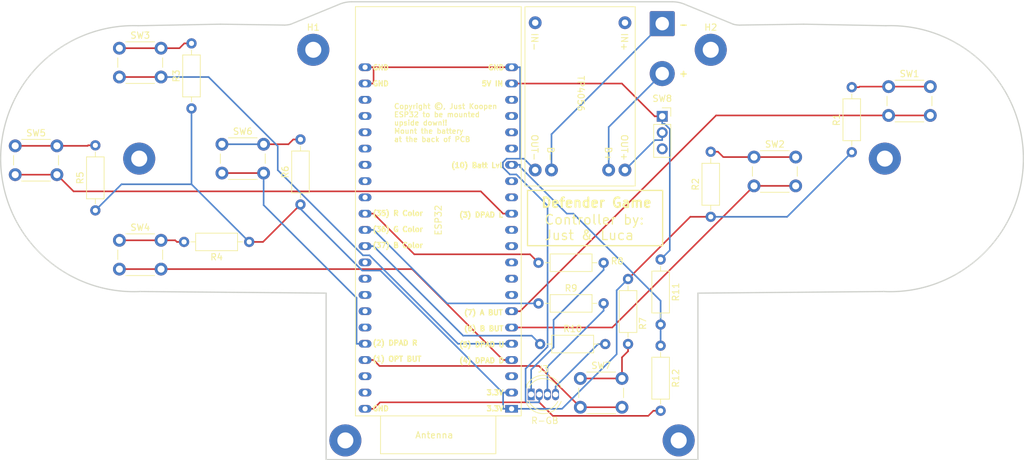
<source format=kicad_pcb>
(kicad_pcb (version 20221018) (generator pcbnew)
  (title_block (title "Defender Game Controller") (date "2024-01-10") (rev "V2.0") (company "HBO-ICT") (comment 1 "Gemaakt door Just Koopen"))
  (layers (0 "F.Cu" signal) (31 "B.Cu" signal) (34 "B.Paste" user) (35 "F.Paste" user) (36 "B.SilkS" user "B.Silkscreen") (37 "F.SilkS" user "F.Silkscreen") (38 "B.Mask" user) (39 "F.Mask" user) (44 "Edge.Cuts" user))
  (net 0 "")
  (net 1 "Net-(J1-Pin_1)")
  (net 2 "Net-(J1-Pin_2)")
  (net 3 "Net-(J2-Pin_3)")
  (net 4 "Net-(J2-Pin_4)")
  (net 5 "Net-(J3-Pin_3)")
  (net 6 "Net-(R1-Pad1)")
  (net 7 "Net-(R1-Pad2)")
  (net 8 "Net-(R2-Pad2)")
  (net 9 "Net-(R3-Pad2)")
  (net 10 "Net-(R4-Pad2)")
  (net 11 "Net-(R5-Pad2)")
  (net 12 "Net-(R6-Pad2)")
  (net 13 "Net-(R7-Pad2)")
  (net 14 "Net-(U1-GPIO35)")
  (net 15 "Net-(U1-GPIO37)")
  (net 16 "Net-(U1-GPIO36)")
  (net 17 "Net-(U1-GPIO10{slash}ADC1_CH9)")
  (net 18 "Net-(U1-GPIO7{slash}ADC1_CH6)")
  (net 19 "Net-(U1-GPIO6{slash}ADC1_CH5)")
  (net 20 "Net-(U1-GPIO5{slash}ADC1_CH4)")
  (net 21 "Net-(U1-GPIO4{slash}ADC1_CH3)")
  (net 22 "Net-(U1-GPIO3{slash}ADC1_CH2)")
  (net 23 "Net-(U1-GPIO2{slash}ADC1_CH1)")
  (net 24 "Net-(U1-GPIO1{slash}ADC1_CH0)")
  (net 51 "Net-(J3-Pin_1)")
  (net 52 "Net-(J3-Pin_4)")
  (net 55 "Net-(SW8-A)")
  (footprint "MountingHole:MountingHole_2.5mm_Pad" (layer "F.Cu") (at 135.8369 30)
    (fp_text reference "H2" (at 0 -3.5) (layer "F.SilkS"))
    (fp_text value "MountingHole" hide)
    (pad "1" thru_hole circle (at 0 0) (size 5 5) (drill 2.5) (layers "*.Cu" "*.Mask"))
  )
  (footprint "Connector_PinSocket_2.54mm:PinSocket_1x03_P2.54mm_Vertical" (layer "F.Cu") (at 128.27 40.386)
    (fp_text reference "SW8" (at 0 -2.77) (layer "F.SilkS"))
    (fp_text value "ON / OFF")
    (fp_line (start -1.33 1.27) (end -1.33 6.41) (stroke (width 0.12)) (layer "F.SilkS"))
    (fp_line (start -1.33 1.27) (end 1.33 1.27) (stroke (width 0.12)) (layer "F.SilkS"))
    (fp_line (start -1.33 6.41) (end 1.33 6.41) (stroke (width 0.12)) (layer "F.SilkS"))
    (fp_line (start 0 -1.33) (end 1.33 -1.33) (stroke (width 0.12)) (layer "F.SilkS"))
    (fp_line (start 1.33 -1.33) (end 1.33 0) (stroke (width 0.12)) (layer "F.SilkS"))
    (fp_line (start 1.33 1.27) (end 1.33 6.41) (stroke (width 0.12)) (layer "F.SilkS"))
    (pad "1" thru_hole rect (at 0 0) (size 1.7 1.7) (drill 1) (layers "*.Cu" "*.Mask") (net 55 "Net-(SW8-A)"))
    (pad "2" thru_hole oval (at 0 2.54) (size 1.7 1.7) (drill 1) (layers "*.Cu" "*.Mask") (net 3 "Net-(J2-Pin_3)"))
    (pad "3" thru_hole oval (at 0 5.08) (size 1.7 1.7) (drill 1) (layers "*.Cu" "*.Mask"))
  )
  (footprint "Resistor_THT:R_Axial_DIN0207_L6.3mm_D2.5mm_P10.16mm_Horizontal" (layer "F.Cu") (at 109.22 75.9529)
    (fp_text reference "R10" (at 5.08 -2.37) (layer "F.SilkS"))
    (fp_text value "47 Ohm")
    (fp_line (start 1.04 0) (end 1.81 0) (stroke (width 0.12)) (layer "F.SilkS"))
    (fp_line (start 1.81 -1.37) (end 1.81 1.37) (stroke (width 0.12)) (layer "F.SilkS"))
    (fp_line (start 1.81 1.37) (end 8.35 1.37) (stroke (width 0.12)) (layer "F.SilkS"))
    (fp_line (start 8.35 -1.37) (end 1.81 -1.37) (stroke (width 0.12)) (layer "F.SilkS"))
    (fp_line (start 8.35 1.37) (end 8.35 -1.37) (stroke (width 0.12)) (layer "F.SilkS"))
    (fp_line (start 9.12 0) (end 8.35 0) (stroke (width 0.12)) (layer "F.SilkS"))
    (pad "1" thru_hole circle (at 0 0) (size 1.6 1.6) (drill 0.8) (layers "*.Cu" "*.Mask") (net 15 "Net-(U1-GPIO37)"))
    (pad "2" thru_hole oval (at 10.16 0) (size 1.6 1.6) (drill 0.8) (layers "*.Cu" "*.Mask") (net 52 "Net-(J3-Pin_4)"))
  )
  (footprint "MountingHole:MountingHole_2.5mm_Pad" (layer "F.Cu") (at 130.8369 91)
    (fp_text reference "H4" hide)
    (fp_text value "MountingHole" hide)
    (pad "1" thru_hole circle (at 0 0) (size 5 5) (drill 2.5) (layers "*.Cu" "*.Mask"))
  )
  (footprint "Button_Switch_THT:SW_PUSH_6mm" (layer "F.Cu") (at 163.5869 35.75)
    (fp_text reference "SW1" (at 3.25 -2) (layer "F.SilkS"))
    (fp_text value "A Button")
    (fp_line (start -0.25 1.5) (end -0.25 3) (stroke (width 0.12)) (layer "F.SilkS"))
    (fp_line (start 1 5.5) (end 5.5 5.5) (stroke (width 0.12)) (layer "F.SilkS"))
    (fp_line (start 5.5 -1) (end 1 -1) (stroke (width 0.12)) (layer "F.SilkS"))
    (fp_line (start 6.75 3) (end 6.75 1.5) (stroke (width 0.12)) (layer "F.SilkS"))
    (pad "1" thru_hole circle (at 0 0 90) (size 2 2) (drill 1.1) (layers "*.Cu" "*.Mask") (net 7 "Net-(R1-Pad2)"))
    (pad "1" thru_hole circle (at 6.5 0 90) (size 2 2) (drill 1.1) (layers "*.Cu" "*.Mask") (net 7 "Net-(R1-Pad2)"))
    (pad "2" thru_hole circle (at 0 4.5 90) (size 2 2) (drill 1.1) (layers "*.Cu" "*.Mask") (net 18 "Net-(U1-GPIO7{slash}ADC1_CH6)"))
    (pad "2" thru_hole circle (at 6.5 4.5 90) (size 2 2) (drill 1.1) (layers "*.Cu" "*.Mask") (net 18 "Net-(U1-GPIO7{slash}ADC1_CH6)"))
  )
  (footprint "Button_Switch_THT:SW_PUSH_6mm" (layer "F.Cu") (at 43.5869 29.75)
    (fp_text reference "SW3" (at 3.25 -2) (layer "F.SilkS"))
    (fp_text value "DPAD UP")
    (fp_line (start -0.25 1.5) (end -0.25 3) (stroke (width 0.12)) (layer "F.SilkS"))
    (fp_line (start 1 5.5) (end 5.5 5.5) (stroke (width 0.12)) (layer "F.SilkS"))
    (fp_line (start 5.5 -1) (end 1 -1) (stroke (width 0.12)) (layer "F.SilkS"))
    (fp_line (start 6.75 3) (end 6.75 1.5) (stroke (width 0.12)) (layer "F.SilkS"))
    (pad "1" thru_hole circle (at 0 0 90) (size 2 2) (drill 1.1) (layers "*.Cu" "*.Mask") (net 9 "Net-(R3-Pad2)"))
    (pad "1" thru_hole circle (at 6.5 0 90) (size 2 2) (drill 1.1) (layers "*.Cu" "*.Mask") (net 9 "Net-(R3-Pad2)"))
    (pad "2" thru_hole circle (at 0 4.5 90) (size 2 2) (drill 1.1) (layers "*.Cu" "*.Mask") (net 20 "Net-(U1-GPIO5{slash}ADC1_CH4)"))
    (pad "2" thru_hole circle (at 6.5 4.5 90) (size 2 2) (drill 1.1) (layers "*.Cu" "*.Mask") (net 20 "Net-(U1-GPIO5{slash}ADC1_CH4)"))
  )
  (footprint "Resistor_THT:R_Axial_DIN0207_L6.3mm_D2.5mm_P10.16mm_Horizontal" (layer "F.Cu") (at 108.966 63.2529)
    (fp_text reference "R8" (at 12.275 -0.25292) (layer "F.SilkS"))
    (fp_text value "47 Ohm")
    (fp_line (start 1.04 0) (end 1.81 0) (stroke (width 0.12)) (layer "F.SilkS"))
    (fp_line (start 1.81 -1.37) (end 1.81 1.37) (stroke (width 0.12)) (layer "F.SilkS"))
    (fp_line (start 1.81 1.37) (end 8.35 1.37) (stroke (width 0.12)) (layer "F.SilkS"))
    (fp_line (start 8.35 -1.37) (end 1.81 -1.37) (stroke (width 0.12)) (layer "F.SilkS"))
    (fp_line (start 8.35 1.37) (end 8.35 -1.37) (stroke (width 0.12)) (layer "F.SilkS"))
    (fp_line (start 9.12 0) (end 8.35 0) (stroke (width 0.12)) (layer "F.SilkS"))
    (pad "1" thru_hole circle (at 0 0) (size 1.6 1.6) (drill 0.8) (layers "*.Cu" "*.Mask") (net 14 "Net-(U1-GPIO35)"))
    (pad "2" thru_hole oval (at 10.16 0) (size 1.6 1.6) (drill 0.8) (layers "*.Cu" "*.Mask") (net 51 "Net-(J3-Pin_1)"))
  )
  (footprint "Resistor_THT:R_Axial_DIN0207_L6.3mm_D2.5mm_P10.16mm_Horizontal" (layer "F.Cu") (at 135.8369 56.08 90)
    (fp_text reference "R2" (at 5.08 -2.37 90) (layer "F.SilkS"))
    (fp_text value "300 Ohm")
    (fp_line (start 1.04 0) (end 1.81 0) (stroke (width 0.12)) (layer "F.SilkS"))
    (fp_line (start 1.81 -1.37) (end 1.81 1.37) (stroke (width 0.12)) (layer "F.SilkS"))
    (fp_line (start 1.81 1.37) (end 8.35 1.37) (stroke (width 0.12)) (layer "F.SilkS"))
    (fp_line (start 8.35 -1.37) (end 1.81 -1.37) (stroke (width 0.12)) (layer "F.SilkS"))
    (fp_line (start 8.35 1.37) (end 8.35 -1.37) (stroke (width 0.12)) (layer "F.SilkS"))
    (fp_line (start 9.12 0) (end 8.35 0) (stroke (width 0.12)) (layer "F.SilkS"))
    (pad "1" thru_hole circle (at 0 0 90) (size 1.6 1.6) (drill 0.8) (layers "*.Cu" "*.Mask") (net 6 "Net-(R1-Pad1)"))
    (pad "2" thru_hole oval (at 10.16 0 90) (size 1.6 1.6) (drill 0.8) (layers "*.Cu" "*.Mask") (net 8 "Net-(R2-Pad2)"))
  )
  (footprint "Resistor_THT:R_Axial_DIN0207_L6.3mm_D2.5mm_P10.16mm_Horizontal" (layer "F.Cu") (at 157.8369 46 90)
    (fp_text reference "R1" (at 5.08 -2.37 90) (layer "F.SilkS"))
    (fp_text value "300 Ohm")
    (fp_line (start 1.04 0) (end 1.81 0) (stroke (width 0.12)) (layer "F.SilkS"))
    (fp_line (start 1.81 -1.37) (end 1.81 1.37) (stroke (width 0.12)) (layer "F.SilkS"))
    (fp_line (start 1.81 1.37) (end 8.35 1.37) (stroke (width 0.12)) (layer "F.SilkS"))
    (fp_line (start 8.35 -1.37) (end 1.81 -1.37) (stroke (width 0.12)) (layer "F.SilkS"))
    (fp_line (start 8.35 1.37) (end 8.35 -1.37) (stroke (width 0.12)) (layer "F.SilkS"))
    (fp_line (start 9.12 0) (end 8.35 0) (stroke (width 0.12)) (layer "F.SilkS"))
    (pad "1" thru_hole circle (at 0 0 90) (size 1.6 1.6) (drill 0.8) (layers "*.Cu" "*.Mask") (net 6 "Net-(R1-Pad1)"))
    (pad "2" thru_hole oval (at 10.16 0 90) (size 1.6 1.6) (drill 0.8) (layers "*.Cu" "*.Mask") (net 7 "Net-(R1-Pad2)"))
  )
  (footprint "Connector_Wire:SolderWire-1.5sqmm_1x02_P7.8mm_D1.7mm_OD3.9mm" (layer "F.Cu") (at 128.27 25.9149 -90)
    (fp_text reference "J1" hide)
    (fp_text value "GND | Vcc" hide)
    (pad "1" thru_hole roundrect (at 0 0 270) (size 3.9 3.9) (drill 2.1) (layers "*.Cu" "*.Mask") (roundrect_rratio 0.06410307692) (net 1 "Net-(J1-Pin_1)"))
    (pad "2" thru_hole circle (at 7.8 0 270) (size 3.9 3.9) (drill 2.1) (layers "*.Cu" "*.Mask") (net 2 "Net-(J1-Pin_2)"))
  )
  (footprint "Resistor_THT:R_Axial_DIN0207_L6.3mm_D2.5mm_P10.16mm_Horizontal" (layer "F.Cu") (at 63.8369 60 180)
    (fp_text reference "R4" (at 5.08 -2.37) (layer "F.SilkS"))
    (fp_text value "300 Ohm")
    (fp_line (start 1.04 0) (end 1.81 0) (stroke (width 0.12)) (layer "F.SilkS"))
    (fp_line (start 1.81 -1.37) (end 1.81 1.37) (stroke (width 0.12)) (layer "F.SilkS"))
    (fp_line (start 1.81 1.37) (end 8.35 1.37) (stroke (width 0.12)) (layer "F.SilkS"))
    (fp_line (start 8.35 -1.37) (end 1.81 -1.37) (stroke (width 0.12)) (layer "F.SilkS"))
    (fp_line (start 8.35 1.37) (end 8.35 -1.37) (stroke (width 0.12)) (layer "F.SilkS"))
    (fp_line (start 9.12 0) (end 8.35 0) (stroke (width 0.12)) (layer "F.SilkS"))
    (pad "1" thru_hole circle (at 0 0 180) (size 1.6 1.6) (drill 0.8) (layers "*.Cu" "*.Mask") (net 6 "Net-(R1-Pad1)"))
    (pad "2" thru_hole oval (at 10.16 0 180) (size 1.6 1.6) (drill 0.8) (layers "*.Cu" "*.Mask") (net 10 "Net-(R4-Pad2)"))
  )
  (footprint "Button_Switch_THT:SW_PUSH_6mm" (layer "F.Cu") (at 59.5869 44.75)
    (fp_text reference "SW6" (at 3.25 -2) (layer "F.SilkS"))
    (fp_text value "DPAD RIGHT")
    (fp_line (start -0.25 1.5) (end -0.25 3) (stroke (width 0.12)) (layer "F.SilkS"))
    (fp_line (start 1 5.5) (end 5.5 5.5) (stroke (width 0.12)) (layer "F.SilkS"))
    (fp_line (start 5.5 -1) (end 1 -1) (stroke (width 0.12)) (layer "F.SilkS"))
    (fp_line (start 6.75 3) (end 6.75 1.5) (stroke (width 0.12)) (layer "F.SilkS"))
    (pad "1" thru_hole circle (at 0 0 90) (size 2 2) (drill 1.1) (layers "*.Cu" "*.Mask") (net 12 "Net-(R6-Pad2)"))
    (pad "1" thru_hole circle (at 6.5 0 90) (size 2 2) (drill 1.1) (layers "*.Cu" "*.Mask") (net 12 "Net-(R6-Pad2)"))
    (pad "2" thru_hole circle (at 0 4.5 90) (size 2 2) (drill 1.1) (layers "*.Cu" "*.Mask") (net 23 "Net-(U1-GPIO2{slash}ADC1_CH1)"))
    (pad "2" thru_hole circle (at 6.5 4.5 90) (size 2 2) (drill 1.1) (layers "*.Cu" "*.Mask") (net 23 "Net-(U1-GPIO2{slash}ADC1_CH1)"))
  )
  (footprint "Resistor_THT:R_Axial_DIN0207_L6.3mm_D2.5mm_P10.16mm_Horizontal" (layer "F.Cu") (at 108.966 69.6029)
    (fp_text reference "R9" (at 5.08 -2.37) (layer "F.SilkS"))
    (fp_text value "47 Ohm")
    (fp_line (start 1.04 0) (end 1.81 0) (stroke (width 0.12)) (layer "F.SilkS"))
    (fp_line (start 1.81 -1.37) (end 1.81 1.37) (stroke (width 0.12)) (layer "F.SilkS"))
    (fp_line (start 1.81 1.37) (end 8.35 1.37) (stroke (width 0.12)) (layer "F.SilkS"))
    (fp_line (start 8.35 -1.37) (end 1.81 -1.37) (stroke (width 0.12)) (layer "F.SilkS"))
    (fp_line (start 8.35 1.37) (end 8.35 -1.37) (stroke (width 0.12)) (layer "F.SilkS"))
    (fp_line (start 9.12 0) (end 8.35 0) (stroke (width 0.12)) (layer "F.SilkS"))
    (pad "1" thru_hole circle (at 0 0) (size 1.6 1.6) (drill 0.8) (layers "*.Cu" "*.Mask") (net 16 "Net-(U1-GPIO36)"))
    (pad "2" thru_hole oval (at 10.16 0) (size 1.6 1.6) (drill 0.8) (layers "*.Cu" "*.Mask") (net 5 "Net-(J3-Pin_3)"))
  )
  (footprint "Resistor_THT:R_Axial_DIN0207_L6.3mm_D2.5mm_P10.16mm_Horizontal" (layer "F.Cu") (at 71.8369 54.16 90)
    (fp_text reference "R6" (at 5.08 -2.37 90) (layer "F.SilkS"))
    (fp_text value "300 Ohm")
    (fp_line (start 1.04 0) (end 1.81 0) (stroke (width 0.12)) (layer "F.SilkS"))
    (fp_line (start 1.81 -1.37) (end 1.81 1.37) (stroke (width 0.12)) (layer "F.SilkS"))
    (fp_line (start 1.81 1.37) (end 8.35 1.37) (stroke (width 0.12)) (layer "F.SilkS"))
    (fp_line (start 8.35 -1.37) (end 1.81 -1.37) (stroke (width 0.12)) (layer "F.SilkS"))
    (fp_line (start 8.35 1.37) (end 8.35 -1.37) (stroke (width 0.12)) (layer "F.SilkS"))
    (fp_line (start 9.12 0) (end 8.35 0) (stroke (width 0.12)) (layer "F.SilkS"))
    (pad "1" thru_hole circle (at 0 0 90) (size 1.6 1.6) (drill 0.8) (layers "*.Cu" "*.Mask") (net 6 "Net-(R1-Pad1)"))
    (pad "2" thru_hole oval (at 10.16 0 90) (size 1.6 1.6) (drill 0.8) (layers "*.Cu" "*.Mask") (net 12 "Net-(R6-Pad2)"))
  )
  (footprint "Resistor_THT:R_Axial_DIN0207_L6.3mm_D2.5mm_P10.16mm_Horizontal" (layer "F.Cu") (at 128.016 76.2069 -90)
    (fp_text reference "R12" (at 5.08 -2.37 90) (layer "F.SilkS"))
    (fp_text value "100k Ohm")
    (fp_line (start 1.04 0) (end 1.81 0) (stroke (width 0.12)) (layer "F.SilkS"))
    (fp_line (start 1.81 -1.37) (end 1.81 1.37) (stroke (width 0.12)) (layer "F.SilkS"))
    (fp_line (start 1.81 1.37) (end 8.35 1.37) (stroke (width 0.12)) (layer "F.SilkS"))
    (fp_line (start 8.35 -1.37) (end 1.81 -1.37) (stroke (width 0.12)) (layer "F.SilkS"))
    (fp_line (start 8.35 1.37) (end 8.35 -1.37) (stroke (width 0.12)) (layer "F.SilkS"))
    (fp_line (start 9.12 0) (end 8.35 0) (stroke (width 0.12)) (layer "F.SilkS"))
    (pad "1" thru_hole circle (at 0 0 270) (size 1.6 1.6) (drill 0.8) (layers "*.Cu" "*.Mask") (net 17 "Net-(U1-GPIO10{slash}ADC1_CH9)"))
    (pad "2" thru_hole oval (at 10.16 0 270) (size 1.6 1.6) (drill 0.8) (layers "*.Cu" "*.Mask") (net 4 "Net-(J2-Pin_4)"))
  )
  (footprint "MountingHole:MountingHole_2.5mm_Pad" (layer "F.Cu") (at 73.8369 30)
    (fp_text reference "H1" (at 0 -3.5) (layer "F.SilkS"))
    (fp_text value "MountingHole" hide)
    (pad "1" thru_hole circle (at 0 0) (size 5 5) (drill 2.5) (layers "*.Cu" "*.Mask"))
  )
  (footprint "Resistor_THT:R_Axial_DIN0207_L6.3mm_D2.5mm_P10.16mm_Horizontal" (layer "F.Cu") (at 39.8369 55.08 90)
    (fp_text reference "R5" (at 5.08 -2.37 90) (layer "F.SilkS"))
    (fp_text value "300 Ohm")
    (fp_line (start 1.04 0) (end 1.81 0) (stroke (width 0.12)) (layer "F.SilkS"))
    (fp_line (start 1.81 -1.37) (end 1.81 1.37) (stroke (width 0.12)) (layer "F.SilkS"))
    (fp_line (start 1.81 1.37) (end 8.35 1.37) (stroke (width 0.12)) (layer "F.SilkS"))
    (fp_line (start 8.35 -1.37) (end 1.81 -1.37) (stroke (width 0.12)) (layer "F.SilkS"))
    (fp_line (start 8.35 1.37) (end 8.35 -1.37) (stroke (width 0.12)) (layer "F.SilkS"))
    (fp_line (start 9.12 0) (end 8.35 0) (stroke (width 0.12)) (layer "F.SilkS"))
    (pad "1" thru_hole circle (at 0 0 90) (size 1.6 1.6) (drill 0.8) (layers "*.Cu" "*.Mask") (net 6 "Net-(R1-Pad1)"))
    (pad "2" thru_hole oval (at 10.16 0 90) (size 1.6 1.6) (drill 0.8) (layers "*.Cu" "*.Mask") (net 11 "Net-(R5-Pad2)"))
  )
  (footprint "LED_THT:LED_D5.0mm-4_RGB" (layer "F.Cu") (at 107.8199 83.8269)
    (fp_text reference "J3" (at 1.905 -3.96) (layer "F.SilkS"))
    (fp_text value "R | CC | G | B" hide)
    (fp_line (start -0.655 -1.545) (end -0.655 -1.08) (stroke (width 0.12)) (layer "F.SilkS"))
    (fp_line (start -0.655 1.08) (end -0.655 1.545) (stroke (width 0.12)) (layer "F.SilkS"))
    (fp_arc (start -0.655 -1.54483) (mid 2.163456 -2.978809) (end 4.692815 -1.080827) (stroke (width 0.12)) (layer "F.SilkS"))
    (fp_arc (start -0.349684 -1.08) (mid 1.904762 -2.5) (end 4.159479 -1.080429) (stroke (width 0.12)) (layer "F.SilkS"))
    (fp_arc (start 4.159479 1.080429) (mid 1.904762 2.5) (end -0.349684 1.08) (stroke (width 0.12)) (layer "F.SilkS"))
    (fp_arc (start 4.692815 1.080827) (mid 2.163456 2.978808) (end -0.655 1.54483) (stroke (width 0.12)) (layer "F.SilkS"))
    (pad "1" thru_hole rect (at 0 0) (size 1.07 1.8) (drill 0.9) (layers "*.Cu" "*.Mask") (net 51 "Net-(J3-Pin_1)"))
    (pad "2" thru_hole oval (at 1.27 0) (size 1.07 1.8) (drill 0.9) (layers "*.Cu" "*.Mask") (net 4 "Net-(J2-Pin_4)"))
    (pad "3" thru_hole oval (at 2.54 0) (size 1.07 1.8) (drill 0.9) (layers "*.Cu" "*.Mask") (net 5 "Net-(J3-Pin_3)"))
    (pad "4" thru_hole oval (at 3.81 0) (size 1.07 1.8) (drill 0.9) (layers "*.Cu" "*.Mask") (net 52 "Net-(J3-Pin_4)"))
  )
  (footprint "Resistor_THT:R_Axial_DIN0207_L6.3mm_D2.5mm_P10.16mm_Horizontal" (layer "F.Cu") (at 128.016 62.7449 -90)
    (fp_text reference "R11" (at 5.08 -2.37 90) (layer "F.SilkS"))
    (fp_text value "27k Ohm")
    (fp_line (start 1.04 0) (end 1.81 0) (stroke (width 0.12)) (layer "F.SilkS"))
    (fp_line (start 1.81 -1.37) (end 1.81 1.37) (stroke (width 0.12)) (layer "F.SilkS"))
    (fp_line (start 1.81 1.37) (end 8.35 1.37) (stroke (width 0.12)) (layer "F.SilkS"))
    (fp_line (start 8.35 -1.37) (end 1.81 -1.37) (stroke (width 0.12)) (layer "F.SilkS"))
    (fp_line (start 8.35 1.37) (end 8.35 -1.37) (stroke (width 0.12)) (layer "F.SilkS"))
    (fp_line (start 9.12 0) (end 8.35 0) (stroke (width 0.12)) (layer "F.SilkS"))
    (pad "1" thru_hole circle (at 0 0 270) (size 1.6 1.6) (drill 0.8) (layers "*.Cu" "*.Mask") (net 55 "Net-(SW8-A)"))
    (pad "2" thru_hole oval (at 10.16 0 270) (size 1.6 1.6) (drill 0.8) (layers "*.Cu" "*.Mask") (net 17 "Net-(U1-GPIO10{slash}ADC1_CH9)"))
  )
  (footprint "PCM_Espressif:ESP32-S3-DevKitC" (layer "F.Cu") (at 104.7719 86.065 180)
    (fp_text reference "U1" hide)
    (fp_text value "ESP32" (at 11.42632 29.46128 90) (layer "F.SilkS"))
    (fp_line (start -1.5 62.79728) (end 24.359999 62.79728) (stroke (width 0.12)) (layer "F.SilkS"))
    (fp_line (start -1.499999 -1.1) (end -1.5 62.79728) (stroke (width 0.12)) (layer "F.SilkS"))
    (fp_line (start 2.46012 -7.01312) (end 20.44332 -7.01312) (stroke (width 0.12)) (layer "F.SilkS"))
    (fp_line (start 2.46012 -1.12032) (end 2.46012 -7.01312) (stroke (width 0.12)) (layer "F.SilkS"))
    (fp_line (start 20.44332 -7.01312) (end 20.44332 -1.12032) (stroke (width 0.12)) (layer "F.SilkS"))
    (fp_line (start 24.359999 62.79728) (end 24.36 -1.1) (stroke (width 0.12)) (layer "F.SilkS"))
    (fp_line (start 24.36 -1.1) (end -1.499999 -1.1) (stroke (width 0.12)) (layer "F.SilkS"))
    (pad "1" thru_hole rect (at 0 0 90) (size 1.2 2) (drill 0.8) (layers "*.Cu" "*.Mask") (net 6 "Net-(R1-Pad1)"))
    (pad "2" thru_hole oval (at 0 2.54 90) (size 1.2 2) (drill 0.8) (layers "*.Cu" "*.Mask") (net 6 "Net-(R1-Pad1)"))
    (pad "3" thru_hole oval (at 0 5.08 90) (size 1.2 2) (drill 0.8) (layers "*.Cu" "*.Mask"))
    (pad "4" thru_hole oval (at 0 7.62 90) (size 1.2 2) (drill 0.8) (layers "*.Cu" "*.Mask") (net 21 "Net-(U1-GPIO4{slash}ADC1_CH3)"))
    (pad "5" thru_hole oval (at 0 10.16 90) (size 1.2 2) (drill 0.8) (layers "*.Cu" "*.Mask") (net 20 "Net-(U1-GPIO5{slash}ADC1_CH4)"))
    (pad "6" thru_hole oval (at 0 12.7 90) (size 1.2 2) (drill 0.8) (layers "*.Cu" "*.Mask") (net 19 "Net-(U1-GPIO6{slash}ADC1_CH5)"))
    (pad "7" thru_hole oval (at 0 15.24 90) (size 1.2 2) (drill 0.8) (layers "*.Cu" "*.Mask") (net 18 "Net-(U1-GPIO7{slash}ADC1_CH6)"))
    (pad "8" thru_hole oval (at 0 17.78 90) (size 1.2 2) (drill 0.8) (layers "*.Cu" "*.Mask"))
    (pad "9" thru_hole oval (at 0 20.32 90) (size 1.2 2) (drill 0.8) (layers "*.Cu" "*.Mask"))
    (pad "10" thru_hole oval (at 0 22.86 90) (size 1.2 2) (drill 0.8) (layers "*.Cu" "*.Mask"))
    (pad "11" thru_hole oval (at 0 25.4 90) (size 1.2 2) (drill 0.8) (layers "*.Cu" "*.Mask"))
    (pad "12" thru_hole oval (at 0 27.94 90) (size 1.2 2) (drill 0.8) (layers "*.Cu" "*.Mask"))
    (pad "13" thru_hole oval (at 0 30.48 90) (size 1.2 2) (drill 0.8) (layers "*.Cu" "*.Mask") (net 22 "Net-(U1-GPIO3{slash}ADC1_CH2)"))
    (pad "14" thru_hole oval (at 0 33.02 90) (size 1.2 2) (drill 0.8) (layers "*.Cu" "*.Mask"))
    (pad "15" thru_hole oval (at 0 35.56 90) (size 1.2 2) (drill 0.8) (layers "*.Cu" "*.Mask"))
    (pad "16" thru_hole oval (at 0 38.1 90) (size 1.2 2) (drill 0.8) (layers "*.Cu" "*.Mask") (net 17 "Net-(U1-GPIO10{slash}ADC1_CH9)"))
    (pad "17" thru_hole oval (at 0 40.64 90) (size 1.2 2) (drill 0.8) (layers "*.Cu" "*.Mask"))
    (pad "18" thru_hole oval (at 0 43.18 90) (size 1.2 2) (drill 0.8) (layers "*.Cu" "*.Mask"))
    (pad "19" thru_hole oval (at 0 45.72 90) (size 1.2 2) (drill 0.8) (layers "*.Cu" "*.Mask"))
    (pad "20" thru_hole oval (at -0.00368 48.25728 90) (size 1.2 2) (drill 0.8) (layers "*.Cu" "*.Mask"))
    (pad "21" thru_hole oval (at -0.00368 50.79728 90) (size 1.2 2) (drill 0.8) (layers "*.Cu" "*.Mask") (net 55 "Net-(SW8-A)"))
    (pad "22" thru_hole oval (at -0.00368 53.33728 90) (size 1.2 2) (drill 0.8) (layers "*.Cu" "*.Mask") (net 4 "Net-(J2-Pin_4)"))
    (pad "23" thru_hole oval (at 22.86 53.34 90) (size 1.2 2) (drill 0.8) (layers "*.Cu" "*.Mask") (net 4 "Net-(J2-Pin_4)"))
    (pad "24" thru_hole oval (at 22.86 50.8 90) (size 1.2 2) (drill 0.8) (layers "*.Cu" "*.Mask") (net 4 "Net-(J2-Pin_4)"))
    (pad "25" thru_hole oval (at 22.86 48.26 90) (size 1.2 2) (drill 0.8) (layers "*.Cu" "*.Mask"))
    (pad "26" thru_hole oval (at 22.86 45.72 90) (size 1.2 2) (drill 0.8) (layers "*.Cu" "*.Mask"))
    (pad "27" thru_hole oval (at 22.86 43.18 90) (size 1.2 2) (drill 0.8) (layers "*.Cu" "*.Mask"))
    (pad "28" thru_hole oval (at 22.86 40.64 90) (size 1.2 2) (drill 0.8) (layers "*.Cu" "*.Mask"))
    (pad "29" thru_hole oval (at 22.86 38.1 90) (size 1.2 2) (drill 0.8) (layers "*.Cu" "*.Mask"))
    (pad "30" thru_hole oval (at 22.86 35.56 90) (size 1.2 2) (drill 0.8) (layers "*.Cu" "*.Mask"))
    (pad "31" thru_hole oval (at 22.86 33.02 90) (size 1.2 2) (drill 0.8) (layers "*.Cu" "*.Mask"))
    (pad "32" thru_hole oval (at 22.86 30.48 90) (size 1.2 2) (drill 0.8) (layers "*.Cu" "*.Mask") (net 14 "Net-(U1-GPIO35)"))
    (pad "33" thru_hole oval (at 22.86 27.94 90) (size 1.2 2) (drill 0.8) (layers "*.Cu" "*.Mask") (net 16 "Net-(U1-GPIO36)"))
    (pad "34" thru_hole oval (at 22.86 25.4 90) (size 1.2 2) (drill 0.8) (layers "*.Cu" "*.Mask") (net 15 "Net-(U1-GPIO37)"))
    (pad "35" thru_hole oval (at 22.86 22.86 90) (size 1.2 2) (drill 0.8) (layers "*.Cu" "*.Mask"))
    (pad "36" thru_hole oval (at 22.86 20.32 90) (size 1.2 2) (drill 0.8) (layers "*.Cu" "*.Mask"))
    (pad "37" thru_hole oval (at 22.86 17.78 90) (size 1.2 2) (drill 0.8) (layers "*.Cu" "*.Mask"))
    (pad "38" thru_hole oval (at 22.86 15.24 90) (size 1.2 2) (drill 0.8) (layers "*.Cu" "*.Mask"))
    (pad "39" thru_hole oval (at 22.86 12.7 90) (size 1.2 2) (drill 0.8) (layers "*.Cu" "*.Mask"))
    (pad "40" thru_hole oval (at 22.86 10.16 90) (size 1.2 2) (drill 0.8) (layers "*.Cu" "*.Mask") (net 23 "Net-(U1-GPIO2{slash}ADC1_CH1)"))
    (pad "41" thru_hole oval (at 22.86 7.62 90) (size 1.2 2) (drill 0.8) (layers "*.Cu" "*.Mask") (net 24 "Net-(U1-GPIO1{slash}ADC1_CH0)"))
    (pad "42" thru_hole oval (at 22.86 5.08 90) (size 1.2 2) (drill 0.8) (layers "*.Cu" "*.Mask"))
    (pad "43" thru_hole oval (at 22.86 2.54 90) (size 1.2 2) (drill 0.8) (layers "*.Cu" "*.Mask"))
    (pad "44" thru_hole oval (at 22.86 0 90) (size 1.2 2) (drill 0.8) (layers "*.Cu" "*.Mask") (net 4 "Net-(J2-Pin_4)"))
  )
  (footprint "MountingHole:MountingHole_2.5mm_Pad" (layer "F.Cu") (at 162.994 46.9939)
    (fp_text reference "H6" hide)
    (fp_text value "MountingHole" hide)
    (pad "1" thru_hole circle (at 0 0) (size 5 5) (drill 2.5) (layers "*.Cu" "*.Mask"))
  )
  (footprint "Button_Switch_THT:SW_PUSH_6mm" (layer "F.Cu") (at 43.5869 59.75)
    (fp_text reference "SW4" (at 3.25 -2) (layer "F.SilkS"))
    (fp_text value "DPAD DOWN")
    (fp_line (start -0.25 1.5) (end -0.25 3) (stroke (width 0.12)) (layer "F.SilkS"))
    (fp_line (start 1 5.5) (end 5.5 5.5) (stroke (width 0.12)) (layer "F.SilkS"))
    (fp_line (start 5.5 -1) (end 1 -1) (stroke (width 0.12)) (layer "F.SilkS"))
    (fp_line (start 6.75 3) (end 6.75 1.5) (stroke (width 0.12)) (layer "F.SilkS"))
    (pad "1" thru_hole circle (at 0 0 90) (size 2 2) (drill 1.1) (layers "*.Cu" "*.Mask") (net 10 "Net-(R4-Pad2)"))
    (pad "1" thru_hole circle (at 6.5 0 90) (size 2 2) (drill 1.1) (layers "*.Cu" "*.Mask") (net 10 "Net-(R4-Pad2)"))
    (pad "2" thru_hole circle (at 0 4.5 90) (size 2 2) (drill 1.1) (layers "*.Cu" "*.Mask") (net 21 "Net-(U1-GPIO4{slash}ADC1_CH3)"))
    (pad "2" thru_hole circle (at 6.5 4.5 90) (size 2 2) (drill 1.1) (layers "*.Cu" "*.Mask") (net 21 "Net-(U1-GPIO4{slash}ADC1_CH3)"))
  )
  (footprint "MountingHole:MountingHole_2.5mm_Pad" (layer "F.Cu") (at 78.8369 91)
    (fp_text reference "H3" hide)
    (fp_text value "MountingHole" hide)
    (pad "1" thru_hole circle (at 0 0) (size 5 5) (drill 2.5) (layers "*.Cu" "*.Mask"))
  )
  (footprint "Button_Switch_THT:SW_PUSH_6mm" (layer "F.Cu") (at 27.3369 45)
    (fp_text reference "SW5" (at 3.25 -2) (layer "F.SilkS"))
    (fp_text value "DPAD LEFT")
    (fp_line (start -0.25 1.5) (end -0.25 3) (stroke (width 0.12)) (layer "F.SilkS"))
    (fp_line (start 1 5.5) (end 5.5 5.5) (stroke (width 0.12)) (layer "F.SilkS"))
    (fp_line (start 5.5 -1) (end 1 -1) (stroke (width 0.12)) (layer "F.SilkS"))
    (fp_line (start 6.75 3) (end 6.75 1.5) (stroke (width 0.12)) (layer "F.SilkS"))
    (pad "1" thru_hole circle (at 0 0 90) (size 2 2) (drill 1.1) (layers "*.Cu" "*.Mask") (net 11 "Net-(R5-Pad2)"))
    (pad "1" thru_hole circle (at 6.5 0 90) (size 2 2) (drill 1.1) (layers "*.Cu" "*.Mask") (net 11 "Net-(R5-Pad2)"))
    (pad "2" thru_hole circle (at 0 4.5 90) (size 2 2) (drill 1.1) (layers "*.Cu" "*.Mask") (net 22 "Net-(U1-GPIO3{slash}ADC1_CH2)"))
    (pad "2" thru_hole circle (at 6.5 4.5 90) (size 2 2) (drill 1.1) (layers "*.Cu" "*.Mask") (net 22 "Net-(U1-GPIO3{slash}ADC1_CH2)"))
  )
  (footprint "Resistor_THT:R_Axial_DIN0207_L6.3mm_D2.5mm_P10.16mm_Horizontal" (layer "F.Cu") (at 54.8369 39.16 90)
    (fp_text reference "R3" (at 5.08 -2.37 90) (layer "F.SilkS"))
    (fp_text value "300 Ohm")
    (fp_line (start 1.04 0) (end 1.81 0) (stroke (width 0.12)) (layer "F.SilkS"))
    (fp_line (start 1.81 -1.37) (end 1.81 1.37) (stroke (width 0.12)) (layer "F.SilkS"))
    (fp_line (start 1.81 1.37) (end 8.35 1.37) (stroke (width 0.12)) (layer "F.SilkS"))
    (fp_line (start 8.35 -1.37) (end 1.81 -1.37) (stroke (width 0.12)) (layer "F.SilkS"))
    (fp_line (start 8.35 1.37) (end 8.35 -1.37) (stroke (width 0.12)) (layer "F.SilkS"))
    (fp_line (start 9.12 0) (end 8.35 0) (stroke (width 0.12)) (layer "F.SilkS"))
    (pad "1" thru_hole circle (at 0 0 90) (size 1.6 1.6) (drill 0.8) (layers "*.Cu" "*.Mask") (net 6 "Net-(R1-Pad1)"))
    (pad "2" thru_hole oval (at 10.16 0 90) (size 1.6 1.6) (drill 0.8) (layers "*.Cu" "*.Mask") (net 9 "Net-(R3-Pad2)"))
  )
  (footprint "MountingHole:MountingHole_2.5mm_Pad" (layer "F.Cu") (at 46.6798 46.9939)
    (fp_text reference "H5" hide)
    (fp_text value "MountingHole" hide)
    (pad "1" thru_hole circle (at 0 0) (size 5 5) (drill 2.5) (layers "*.Cu" "*.Mask"))
  )
  (footprint "Button_Switch_THT:SW_PUSH_6mm" (layer "F.Cu") (at 142.5869 46.75)
    (fp_text reference "SW2" (at 3.25 -2) (layer "F.SilkS"))
    (fp_text value "B Button")
    (fp_line (start -0.25 1.5) (end -0.25 3) (stroke (width 0.12)) (layer "F.SilkS"))
    (fp_line (start 1 5.5) (end 5.5 5.5) (stroke (width 0.12)) (layer "F.SilkS"))
    (fp_line (start 5.5 -1) (end 1 -1) (stroke (width 0.12)) (layer "F.SilkS"))
    (fp_line (start 6.75 3) (end 6.75 1.5) (stroke (width 0.12)) (layer "F.SilkS"))
    (pad "1" thru_hole circle (at 0 0 90) (size 2 2) (drill 1.1) (layers "*.Cu" "*.Mask") (net 8 "Net-(R2-Pad2)"))
    (pad "1" thru_hole circle (at 6.5 0 90) (size 2 2) (drill 1.1) (layers "*.Cu" "*.Mask") (net 8 "Net-(R2-Pad2)"))
    (pad "2" thru_hole circle (at 0 4.5 90) (size 2 2) (drill 1.1) (layers "*.Cu" "*.Mask") (net 19 "Net-(U1-GPIO6{slash}ADC1_CH5)"))
    (pad "2" thru_hole circle (at 6.5 4.5 90) (size 2 2) (drill 1.1) (layers "*.Cu" "*.Mask") (net 19 "Net-(U1-GPIO6{slash}ADC1_CH5)"))
  )
  (footprint "Button_Switch_THT:SW_PUSH_6mm" (layer "F.Cu") (at 115.4919 81.3229)
    (fp_text reference "SW7" (at 3.25 -2) (layer "F.SilkS"))
    (fp_text value "Opt Button")
    (fp_line (start -0.25 1.5) (end -0.25 3) (stroke (width 0.12)) (layer "F.SilkS"))
    (fp_line (start 1 5.5) (end 5.5 5.5) (stroke (width 0.12)) (layer "F.SilkS"))
    (fp_line (start 5.5 -1) (end 1 -1) (stroke (width 0.12)) (layer "F.SilkS"))
    (fp_line (start 6.75 3) (end 6.75 1.5) (stroke (width 0.12)) (layer "F.SilkS"))
    (pad "1" thru_hole circle (at 0 0 90) (size 2 2) (drill 1.1) (layers "*.Cu" "*.Mask") (net 13 "Net-(R7-Pad2)"))
    (pad "1" thru_hole circle (at 6.5 0 90) (size 2 2) (drill 1.1) (layers "*.Cu" "*.Mask") (net 13 "Net-(R7-Pad2)"))
    (pad "2" thru_hole circle (at 0 4.5 90) (size 2 2) (drill 1.1) (layers "*.Cu" "*.Mask") (net 24 "Net-(U1-GPIO1{slash}ADC1_CH0)"))
    (pad "2" thru_hole circle (at 6.5 4.5 90) (size 2 2) (drill 1.1) (layers "*.Cu" "*.Mask") (net 24 "Net-(U1-GPIO1{slash}ADC1_CH0)"))
  )
  (footprint "TP4056:TP4056-Module" (layer "F.Cu") (at 106.8547 23.2733 -90)
    (fp_text reference "J2" hide)
    (fp_text value "I+ | I- | O+ | O- | B+ | B-" hide)
    (fp_text user "IN-" (at 5.5 -1.5 -90 unlocked) (layer "F.SilkS"))
    (fp_text user "OUT+" (at 22 -15.5 -90 unlocked) (layer "F.SilkS"))
    (fp_text user "B+" (at 23 -13 -90 unlocked) (layer "F.SilkS"))
    (fp_text user "IN+" (at 5.5 -15.5 -90 unlocked) (layer "F.SilkS"))
    (fp_text user "B-" (at 23 -4 -90 unlocked) (layer "F.SilkS"))
    (fp_text user "OUT-" (at 22 -1.5 -90 unlocked) (layer "F.SilkS"))
    (fp_line (start 0 -17.2) (end 0 0) (stroke (width 0.12)) (layer "F.SilkS"))
    (fp_line (start 0 -17.2) (end 28 -17.2) (stroke (width 0.12)) (layer "F.SilkS"))
    (fp_line (start 0 0) (end 28 0) (stroke (width 0.12)) (layer "F.SilkS"))
    (fp_line (start 28 -17.2) (end 28 0) (stroke (width 0.12)) (layer "F.SilkS"))
    (pad "1" thru_hole circle (at 2.5 -15.6 270) (size 2 2) (drill 1) (layers "*.Cu" "*.Mask"))
    (pad "2" thru_hole circle (at 2.5 -1.6 270) (size 2 2) (drill 1) (layers "*.Cu" "*.Mask"))
    (pad "3" thru_hole circle (at 25.5 -15.6 270) (size 2 2) (drill 1) (layers "*.Cu" "*.Mask") (net 3 "Net-(J2-Pin_3)"))
    (pad "4" thru_hole circle (at 25.5 -1.6 270) (size 2 2) (drill 1) (layers "*.Cu" "*.Mask") (net 4 "Net-(J2-Pin_4)"))
    (pad "5" thru_hole circle (at 25.5 -13.06 270) (size 2 2) (drill 1) (layers "*.Cu" "*.Mask") (net 2 "Net-(J1-Pin_2)"))
    (pad "6" thru_hole circle (at 25.5 -4.14 270) (size 2 2) (drill 1) (layers "*.Cu" "*.Mask") (net 1 "Net-(J1-Pin_1)"))
  )
  (footprint "Resistor_THT:R_Axial_DIN0207_L6.3mm_D2.5mm_P10.16mm_Horizontal" (layer "F.Cu") (at 122.936 65.7929 -90)
    (fp_text reference "R7" (at 6.95708 -2.305 90) (layer "F.SilkS"))
    (fp_text value "300 Ohm")
    (fp_line (start 1.04 0) (end 1.81 0) (stroke (width 0.12)) (layer "F.SilkS"))
    (fp_line (start 1.81 -1.37) (end 1.81 1.37) (stroke (width 0.12)) (layer "F.SilkS"))
    (fp_line (start 1.81 1.37) (end 8.35 1.37) (stroke (width 0.12)) (layer "F.SilkS"))
    (fp_line (start 8.35 -1.37) (end 1.81 -1.37) (stroke (width 0.12)) (layer "F.SilkS"))
    (fp_line (start 8.35 1.37) (end 8.35 -1.37) (stroke (width 0.12)) (layer "F.SilkS"))
    (fp_line (start 9.12 0) (end 8.35 0) (stroke (width 0.12)) (layer "F.SilkS"))
    (pad "1" thru_hole circle (at 0 0 270) (size 1.6 1.6) (drill 0.8) (layers "*.Cu" "*.Mask") (net 6 "Net-(R1-Pad1)"))
    (pad "2" thru_hole oval (at 10.16 0 270) (size 1.6 1.6) (drill 0.8) (layers "*.Cu" "*.Mask") (net 13 "Net-(R7-Pad2)"))
  )
  (gr_rect (start 107.2529 51.956) (end 128.3349 60.592) (stroke (width 0.2)) (fill none) (layer "F.SilkS"))
  (gr_arc (start 77.806208 22.930942) (mid 78.798943 22.608922) (end 79.8369 22.5) (stroke (width 0.2)) (layer "Edge.Cuts"))
  (gr_line (start 69.3369 26.140054) (end 59.3369 26) (stroke (width 0.2)) (layer "Edge.Cuts"))
  (gr_arc (start 140.3369 26.140054) (mid 139.83202 26.10487) (end 139.3369 25.999999) (stroke (width 0.2)) (layer "Edge.Cuts"))
  (gr_line (start 140.3369 26.140054) (end 150.3369 26) (stroke (width 0.2)) (layer "Edge.Cuts"))
  (gr_line (start 75.8369 68) (end 75.8369 94) (stroke (width 0.2)) (layer "Edge.Cuts"))
  (gr_arc (start 46.830652 67.749964) (mid 25.063702 47.150963) (end 46.528975 26.237784) (stroke (width 0.2)) (layer "Edge.Cuts"))
  (gr_line (start 79.8369 22.5) (end 129.8369 22.5) (stroke (width 0.2)) (layer "Edge.Cuts"))
  (gr_line (start 162.843148 67.749964) (end 133.8369 68) (stroke (width 0.2)) (layer "Edge.Cuts"))
  (gr_line (start 46.528975 26.237784) (end 59.3369 26) (stroke (width 0.2)) (layer "Edge.Cuts"))
  (gr_line (start 46.830652 67.749964) (end 75.8369 68) (stroke (width 0.2)) (layer "Edge.Cuts"))
  (gr_arc (start 129.8369 22.5) (mid 130.874857 22.608922) (end 131.867592 22.930942) (stroke (width 0.2)) (layer "Edge.Cuts"))
  (gr_arc (start 163.144825 26.237784) (mid 184.610096 47.150963) (end 162.843148 67.749964) (stroke (width 0.2)) (layer "Edge.Cuts"))
  (gr_line (start 131.867592 22.930942) (end 139.3369 26) (stroke (width 0.2)) (layer "Edge.Cuts"))
  (gr_line (start 163.144825 26.237784) (end 150.3369 26) (stroke (width 0.2)) (layer "Edge.Cuts"))
  (gr_line (start 75.8369 94) (end 133.8369 94) (stroke (width 0.2)) (layer "Edge.Cuts"))
  (gr_arc (start 70.3369 25.999999) (mid 69.84178 26.10487) (end 69.3369 26.140054) (stroke (width 0.2)) (layer "Edge.Cuts"))
  (gr_line (start 133.8369 68) (end 133.8369 94) (stroke (width 0.2)) (layer "Edge.Cuts"))
  (gr_line (start 77.806208 22.930942) (end 70.3369 26) (stroke (width 0.2)) (layer "Edge.Cuts"))
  (gr_text "GND" (at 83 33.25) (layer "F.SilkS") (effects (font (size 0.8 0.8) (thickness 0.2) bold) (justify left bottom)))
  (gr_text "(3) DPAD L" (at 96.5 56.25) (layer "F.SilkS") (effects (font (size 0.8 0.8) (thickness 0.2) bold) (justify left bottom)))
  (gr_text "(36) G Color" (at 83 58.5) (layer "F.SilkS") (effects (font (size 0.8 0.8) (thickness 0.2) bold) (justify left bottom)))
  (gr_text "(7) A BUT" (at 97.25 71.5) (layer "F.SilkS") (effects (font (size 0.8 0.8) (thickness 0.2) bold) (justify left bottom)))
  (gr_text "5V IN" (at 100 35.75) (layer "F.SilkS") (effects (font (size 0.8 0.8) (thickness 0.2) bold) (justify left bottom)))
  (gr_text "(5) DPAD U" (at 96.5 76.5) (layer "F.SilkS") (effects (font (size 0.8 0.8) (thickness 0.2) bold) (justify left bottom)))
  (gr_text "-" (at 130.81 26.67) (layer "F.SilkS") (effects (font (size 1 1) (thickness 0.25) bold) (justify left bottom)))
  (gr_text "(2) DPAD R" (at 83 76.25) (layer "F.SilkS") (effects (font (size 0.8 0.8) (thickness 0.2) bold) (justify left bottom)))
  (gr_text "Copyright ©, Just Koopen\nESP32 to be mounted\nupside down!!\nMount the battery\nat the back of PCB" (at 86.36 44.45) (layer "F.SilkS") (effects (font (size 0.8 0.8) (thickness 0.15) bold) (justify left bottom)))
  (gr_text "GND" (at 83 35.75) (layer "F.SilkS") (effects (font (size 0.8 0.8) (thickness 0.2) bold) (justify left bottom)))
  (gr_text "GND" (at 101 33.25) (layer "F.SilkS") (effects (font (size 0.8 0.8) (thickness 0.2) bold) (justify left bottom)))
  (gr_text "+" (at 130.81 34.29) (layer "F.SilkS") (effects (font (size 1 1) (thickness 0.25) bold) (justify left bottom)))
  (gr_text "(4) DPAD D" (at 96.5 79) (layer "F.SilkS") (effects (font (size 0.8 0.8) (thickness 0.2) bold) (justify left bottom)))
  (gr_text "3.3V" (at 100.75 84) (layer "F.SilkS") (effects (font (size 0.8 0.8) (thickness 0.2) bold) (justify left bottom)))
  (gr_text "TP4056" (at 115.57 36.83 270) (layer "F.SilkS") (effects (font (size 1 1))))
  (gr_text "(10) Batt Lvl" (at 95.25 48.514) (layer "F.SilkS") (effects (font (size 0.8 0.8) (thickness 0.2) bold) (justify left bottom)))
  (gr_text "(6) B BUT" (at 97.25 74) (layer "F.SilkS") (effects (font (size 0.8 0.8) (thickness 0.2) bold) (justify left bottom)))
  (gr_text "Defender Game" (at 109.25 54.75) (layer "F.SilkS") (effects (font (size 1.5 1.5) (thickness 0.3) bold) (justify left bottom)))
  (gr_text "R-GB" (at 107.75 88.5) (layer "F.SilkS") (effects (font (size 1 1) (thickness 0.125)) (justify left bottom)))
  (gr_text "GND" (at 83 86.5) (layer "F.SilkS") (effects (font (size 0.8 0.8) (thickness 0.2) bold) (justify left bottom)))
  (gr_text "Controller by:\nJust & Luca" (at 109.7929 59.83) (layer "F.SilkS") (effects (font (size 1.5 1.5) (thickness 0.1875)) (justify left bottom)))
  (gr_text "(35) R Color" (at 83 56) (layer "F.SilkS") (effects (font (size 0.8 0.8) (thickness 0.2) bold) (justify left bottom)))
  (gr_text "3.3V" (at 100.75 86.5) (layer "F.SilkS") (effects (font (size 0.8 0.8) (thickness 0.2) bold) (justify left bottom)))
  (gr_text "(37) B Color" (at 83 61) (layer "F.SilkS") (effects (font (size 0.8 0.8) (thickness 0.2) bold) (justify left bottom)))
  (gr_text "(1) OPT BUT" (at 83 78.75) (layer "F.SilkS") (effects (font (size 0.8 0.8) (thickness 0.2) bold) (justify left bottom)))
  (gr_text "Antenna" (at 92.71 90.17) (layer "F.SilkS") (effects (font (size 1 1))))
  (segment (start 110.9947 48.7733) (end 110.9947 43.1902) (width 0.25) (layer "B.Cu") (net 1))
  (segment (start 110.9947 43.1902) (end 128.27 25.9149) (width 0.25) (layer "B.Cu") (net 1))
  (segment (start 119.9147 42.0702) (end 128.27 33.7149) (width 0.25) (layer "B.Cu") (net 2))
  (segment (start 119.9147 48.7733) (end 119.9147 42.0702) (width 0.25) (layer "B.Cu") (net 2))
  (segment (start 127.1251 44.1029) (end 128.27 44.1029) (width 0.25) (layer "B.Cu") (net 3))
  (segment (start 128.27 42.926) (end 128.27 44.1029) (width 0.25) (layer "B.Cu") (net 3))
  (segment (start 122.4547 48.7733) (end 127.1251 44.1029) (width 0.25) (layer "B.Cu") (net 3))
  (segment (start 83.2388 32.725) (end 83.2388 32.7277) (width 0.25) (layer "F.Cu") (net 4))
  (segment (start 126.0922 87.1638) (end 126.8891 86.3669) (width 0.25) (layer "F.Cu") (net 4))
  (segment (start 111.1999 87.1638) (end 126.0922 87.1638) (width 0.25) (layer "F.Cu") (net 4))
  (segment (start 83.2388 32.7277) (end 83.2388 35.265) (width 0.25) (layer "F.Cu") (net 4))
  (segment (start 128.016 86.3669) (end 126.8891 86.3669) (width 0.25) (layer "F.Cu") (net 4))
  (segment (start 81.9119 32.725) (end 83.2388 32.725) (width 0.25) (layer "F.Cu") (net 4))
  (segment (start 103.4487 32.7277) (end 83.2388 32.7277) (width 0.25) (layer "F.Cu") (net 4))
  (segment (start 104.7756 32.7277) (end 103.4487 32.7277) (width 0.25) (layer "F.Cu") (net 4))
  (segment (start 81.9119 86.065) (end 83.2388 86.065) (width 0.25) (layer "F.Cu") (net 4))
  (segment (start 83.2388 86.065) (end 84.25 85.0538) (width 0.25) (layer "F.Cu") (net 4))
  (segment (start 109.0899 85.0538) (end 111.1999 87.1638) (width 0.25) (layer "F.Cu") (net 4))
  (segment (start 109.0899 83.8269) (end 109.0899 85.0538) (width 0.25) (layer "F.Cu") (net 4))
  (segment (start 81.9119 35.265) (end 83.2388 35.265) (width 0.25) (layer "F.Cu") (net 4))
  (segment (start 84.25 85.0538) (end 109.0899 85.0538) (width 0.25) (layer "F.Cu") (net 4))
  (segment (start 103.4149 47.5843) (end 103.4149 48.3725) (width 0.25) (layer "B.Cu") (net 4))
  (segment (start 110.3809 76.3857) (end 106.9555 79.8111) (width 0.25) (layer "B.Cu") (net 4))
  (segment (start 106.1025 32.7277) (end 106.1025 47.005) (width 0.25) (layer "B.Cu") (net 4))
  (segment (start 104.5076 49.4652) (end 105.5162 49.4652) (width 0.25) (layer "B.Cu") (net 4))
  (segment (start 103.4149 48.3725) (end 104.5076 49.4652) (width 0.25) (layer "B.Cu") (net 4))
  (segment (start 103.9942 47.005) (end 103.4149 47.5843) (width 0.25) (layer "B.Cu") (net 4))
  (segment (start 106.6864 47.005) (end 106.1025 47.005) (width 0.25) (layer "B.Cu") (net 4))
  (segment (start 106.9555 79.8111) (end 106.9555 84.8623) (width 0.25) (layer "B.Cu") (net 4))
  (segment (start 105.5162 49.4652) (end 110.3809 54.3299) (width 0.25) (layer "B.Cu") (net 4))
  (segment (start 109.0899 83.8269) (end 109.0899 85.0538) (width 0.25) (layer "B.Cu") (net 4))
  (segment (start 108.4547 48.7733) (end 106.6864 47.005) (width 0.25) (layer "B.Cu") (net 4))
  (segment (start 110.3809 54.3299) (end 110.3809 76.3857) (width 0.25) (layer "B.Cu") (net 4))
  (segment (start 107.147 85.0538) (end 109.0899 85.0538) (width 0.25) (layer "B.Cu") (net 4))
  (segment (start 106.1025 47.005) (end 103.9942 47.005) (width 0.25) (layer "B.Cu") (net 4))
  (segment (start 104.7756 32.7277) (end 106.1025 32.7277) (width 0.25) (layer "B.Cu") (net 4))
  (segment (start 106.9555 84.8623) (end 107.147 85.0538) (width 0.25) (layer "B.Cu") (net 4))
  (segment (start 110.3599 83.8269) (end 110.3599 79.4959) (width 0.25) (layer "B.Cu") (net 5))
  (segment (start 119.126 69.6029) (end 119.126 70.7298) (width 0.25) (layer "B.Cu") (net 5))
  (segment (start 110.3599 79.4959) (end 119.126 70.7298) (width 0.25) (layer "B.Cu") (net 5))
  (segment (start 122.936 65.7929) (end 132.6489 56.08) (width 0.25) (layer "F.Cu") (net 6))
  (segment (start 132.6489 56.08) (end 135.8369 56.08) (width 0.25) (layer "F.Cu") (net 6))
  (segment (start 65.9969 60) (end 63.8369 60) (width 0.25) (layer "F.Cu") (net 6))
  (segment (start 71.8369 54.16) (end 65.9969 60) (width 0.25) (layer "F.Cu") (net 6))
  (segment (start 84.3029 64.475) (end 81.467 64.475) (width 0.25) (layer "B.Cu") (net 6))
  (segment (start 54.8369 39.16) (end 54.8369 51) (width 0.25) (layer "B.Cu") (net 6))
  (segment (start 147.7569 56.08) (end 135.8369 56.08) (width 0.25) (layer "B.Cu") (net 6))
  (segment (start 43.9169 51) (end 54.8369 51) (width 0.25) (layer "B.Cu") (net 6))
  (segment (start 103.4873 83.6171) (end 103.445 83.6171) (width 0.25) (layer "B.Cu") (net 6))
  (segment (start 112.6335 86.065) (end 121.158 77.5405) (width 0.25) (layer "B.Cu") (net 6))
  (segment (start 104.1085 86.065) (end 104.7719 86.065) (width 0.25) (layer "B.Cu") (net 6))
  (segment (start 121.158 77.5405) (end 121.158 67.5709) (width 0.25) (layer "B.Cu") (net 6))
  (segment (start 103.445 83.6171) (end 84.3029 64.475) (width 0.25) (layer "B.Cu") (net 6))
  (segment (start 157.8369 46) (end 147.7569 56.08) (width 0.25) (layer "B.Cu") (net 6))
  (segment (start 103.445 83.6171) (end 103.445 86.065) (width 0.25) (layer "B.Cu") (net 6))
  (segment (start 121.158 67.5709) (end 122.936 65.7929) (width 0.25) (layer "B.Cu") (net 6))
  (segment (start 81.467 64.475) (end 71.8369 54.8449) (width 0.25) (layer "B.Cu") (net 6))
  (segment (start 54.8369 51) (end 63.8369 60) (width 0.25) (layer "B.Cu") (net 6))
  (segment (start 71.8369 54.8449) (end 71.8369 54.16) (width 0.25) (layer "B.Cu") (net 6))
  (segment (start 104.1085 86.065) (end 103.445 86.065) (width 0.25) (layer "B.Cu") (net 6))
  (segment (start 39.8369 55.08) (end 43.9169 51) (width 0.25) (layer "B.Cu") (net 6))
  (segment (start 104.7719 83.525) (end 103.5794 83.525) (width 0.25) (layer "B.Cu") (net 6))
  (segment (start 103.5794 83.525) (end 103.4873 83.6171) (width 0.25) (layer "B.Cu") (net 6))
  (segment (start 104.7719 86.065) (end 112.6335 86.065) (width 0.25) (layer "B.Cu") (net 6))
  (segment (start 163.5869 35.75) (end 159.0538 35.75) (width 0.25) (layer "F.Cu") (net 7))
  (segment (start 170.0869 35.75) (end 163.5869 35.75) (width 0.25) (layer "F.Cu") (net 7))
  (segment (start 157.8369 35.84) (end 158.9638 35.84) (width 0.25) (layer "F.Cu") (net 7))
  (segment (start 159.0538 35.75) (end 158.9638 35.84) (width 0.25) (layer "F.Cu") (net 7))
  (segment (start 142.5869 46.75) (end 137.7938 46.75) (width 0.25) (layer "F.Cu") (net 8))
  (segment (start 137.7938 46.75) (end 136.9638 45.92) (width 0.25) (layer "F.Cu") (net 8))
  (segment (start 135.8369 45.92) (end 136.9638 45.92) (width 0.25) (layer "F.Cu") (net 8))
  (segment (start 149.0869 46.75) (end 142.5869 46.75) (width 0.25) (layer "F.Cu") (net 8))
  (segment (start 43.5869 29.75) (end 50.0869 29.75) (width 0.25) (layer "F.Cu") (net 9))
  (segment (start 52.96 29.75) (end 53.71 29) (width 0.25) (layer "F.Cu") (net 9))
  (segment (start 50.0869 29.75) (end 52.96 29.75) (width 0.25) (layer "F.Cu") (net 9))
  (segment (start 54.8369 29) (end 53.71 29) (width 0.25) (layer "F.Cu") (net 9))
  (segment (start 43.5869 59.75) (end 50.0869 59.75) (width 0.25) (layer "F.Cu") (net 10))
  (segment (start 52.3 59.75) (end 52.55 60) (width 0.25) (layer "F.Cu") (net 10))
  (segment (start 53.6769 60) (end 52.55 60) (width 0.25) (layer "F.Cu") (net 10))
  (segment (start 50.0869 59.75) (end 52.3 59.75) (width 0.25) (layer "F.Cu") (net 10))
  (segment (start 33.8369 45) (end 38.63 45) (width 0.25) (layer "F.Cu") (net 11))
  (segment (start 27.3369 45) (end 33.8369 45) (width 0.25) (layer "F.Cu") (net 11))
  (segment (start 39.8369 44.92) (end 38.71 44.92) (width 0.25) (layer "F.Cu") (net 11))
  (segment (start 38.63 45) (end 38.71 44.92) (width 0.25) (layer "F.Cu") (net 11))
  (segment (start 66.0869 44.75) (end 69.96 44.75) (width 0.25) (layer "F.Cu") (net 12))
  (segment (start 69.96 44.75) (end 70.71 44) (width 0.25) (layer "F.Cu") (net 12))
  (segment (start 71.8369 44) (end 70.71 44) (width 0.25) (layer "F.Cu") (net 12))
  (segment (start 59.5869 44.75) (end 66.0869 44.75) (width 0.25) (layer "B.Cu") (net 12))
  (segment (start 115.4919 81.3229) (end 121.9919 81.3229) (width 0.25) (layer "F.Cu") (net 13))
  (segment (start 122.936 75.9529) (end 122.936 77.0798) (width 0.25) (layer "F.Cu") (net 13))
  (segment (start 121.9919 78.0239) (end 122.936 77.0798) (width 0.25) (layer "F.Cu") (net 13))
  (segment (start 121.9919 81.3229) (end 121.9919 78.0239) (width 0.25) (layer "F.Cu") (net 13))
  (segment (start 107.6481 61.935) (end 108.966 63.2529) (width 0.25) (layer "F.Cu") (net 14))
  (segment (start 81.9119 55.585) (end 83.2388 55.585) (width 0.25) (layer "F.Cu") (net 14))
  (segment (start 89.5888 61.935) (end 107.6481 61.935) (width 0.25) (layer "F.Cu") (net 14))
  (segment (start 83.2388 55.585) (end 89.5888 61.935) (width 0.25) (layer "F.Cu") (net 14))
  (segment (start 81.9119 60.665) (end 83.2388 60.665) (width 0.25) (layer "B.Cu") (net 15))
  (segment (start 107.9124 74.6453) (end 97.2191 74.6453) (width 0.25) (layer "B.Cu") (net 15))
  (segment (start 97.2191 74.6453) (end 83.2388 60.665) (width 0.25) (layer "B.Cu") (net 15))
  (segment (start 109.22 75.9529) (end 107.9124 74.6453) (width 0.25) (layer "B.Cu") (net 15))
  (segment (start 83.2388 58.125) (end 94.7167 69.6029) (width 0.25) (layer "B.Cu") (net 16))
  (segment (start 81.9119 58.125) (end 83.2388 58.125) (width 0.25) (layer "B.Cu") (net 16))
  (segment (start 94.7167 69.6029) (end 108.966 69.6029) (width 0.25) (layer "B.Cu") (net 16))
  (segment (start 104.7719 47.965) (end 106.0988 47.965) (width 0.25) (layer "B.Cu") (net 17))
  (segment (start 106.0988 47.965) (end 106.0988 48.2967) (width 0.25) (layer "B.Cu") (net 17))
  (segment (start 128.016 69.1997) (end 128.016 72.9049) (width 0.25) (layer "B.Cu") (net 17))
  (segment (start 114.3987 55.5824) (end 128.016 69.1997) (width 0.25) (layer "B.Cu") (net 17))
  (segment (start 106.0988 48.2967) (end 113.3845 55.5824) (width 0.25) (layer "B.Cu") (net 17))
  (segment (start 128.016 76.2069) (end 128.016 72.9049) (width 0.25) (layer "B.Cu") (net 17))
  (segment (start 113.3845 55.5824) (end 114.3987 55.5824) (width 0.25) (layer "B.Cu") (net 17))
  (segment (start 136.6738 40.25) (end 163.5869 40.25) (width 0.25) (layer "F.Cu") (net 18))
  (segment (start 106.0988 70.825) (end 136.6738 40.25) (width 0.25) (layer "F.Cu") (net 18))
  (segment (start 104.7719 70.825) (end 106.0988 70.825) (width 0.25) (layer "F.Cu") (net 18))
  (segment (start 170.0869 40.25) (end 163.5869 40.25) (width 0.25) (layer "F.Cu") (net 18))
  (segment (start 149.0869 51.25) (end 142.5869 51.25) (width 0.25) (layer "F.Cu") (net 19))
  (segment (start 120.4719 73.365) (end 142.5869 51.25) (width 0.25) (layer "F.Cu") (net 19))
  (segment (start 104.7719 73.365) (end 120.4719 73.365) (width 0.25) (layer "F.Cu") (net 19))
  (segment (start 50.0869 34.25) (end 43.5869 34.25) (width 0.25) (layer "F.Cu") (net 20))
  (segment (start 96.4121 75.905) (end 82.6014 62.0943) (width 0.25) (layer "B.Cu") (net 20))
  (segment (start 104.7719 75.905) (end 96.4121 75.905) (width 0.25) (layer "B.Cu") (net 20))
  (segment (start 68.2892 48.7885) (end 68.2892 45.0394) (width 0.25) (layer "B.Cu") (net 20))
  (segment (start 57.4998 34.25) (end 50.0869 34.25) (width 0.25) (layer "B.Cu") (net 20))
  (segment (start 81.595 62.0943) (end 68.2892 48.7885) (width 0.25) (layer "B.Cu") (net 20))
  (segment (start 68.2892 45.0394) (end 57.4998 34.25) (width 0.25) (layer "B.Cu") (net 20))
  (segment (start 82.6014 62.0943) (end 81.595 62.0943) (width 0.25) (layer "B.Cu") (net 20))
  (segment (start 104.7719 78.445) (end 103.445 78.445) (width 0.25) (layer "F.Cu") (net 21))
  (segment (start 50.0869 64.25) (end 43.5869 64.25) (width 0.25) (layer "F.Cu") (net 21))
  (segment (start 89.25 64.25) (end 50.0869 64.25) (width 0.25) (layer "F.Cu") (net 21))
  (segment (start 103.445 78.445) (end 89.25 64.25) (width 0.25) (layer "F.Cu") (net 21))
  (segment (start 104.7719 55.585) (end 103.445 55.585) (width 0.25) (layer "F.Cu") (net 22))
  (segment (start 99.9682 52.1082) (end 36.4451 52.1082) (width 0.25) (layer "F.Cu") (net 22))
  (segment (start 103.445 55.585) (end 99.9682 52.1082) (width 0.25) (layer "F.Cu") (net 22))
  (segment (start 33.8369 49.5) (end 27.3369 49.5) (width 0.25) (layer "F.Cu") (net 22))
  (segment (start 36.4451 52.1082) (end 33.8369 49.5) (width 0.25) (layer "F.Cu") (net 22))
  (segment (start 66.0869 49.25) (end 59.5869 49.25) (width 0.25) (layer "F.Cu") (net 23))
  (segment (start 66.0869 54.25) (end 66.0869 49.25) (width 0.25) (layer "B.Cu") (net 23))
  (segment (start 80.585 68.7481) (end 66.0869 54.25) (width 0.25) (layer "B.Cu") (net 23))
  (segment (start 81.9119 75.905) (end 80.585 75.905) (width 0.25) (layer "B.Cu") (net 23))
  (segment (start 80.585 75.905) (end 80.585 68.7481) (width 0.25) (layer "B.Cu") (net 23))
  (segment (start 121.9919 85.8229) (end 115.4919 85.8229) (width 0.25) (layer "F.Cu") (net 24))
  (segment (start 81.9119 78.445) (end 83.2388 78.445) (width 0.25) (layer "F.Cu") (net 24))
  (segment (start 83.2388 78.445) (end 84.1679 79.3741) (width 0.25) (layer "F.Cu") (net 24))
  (segment (start 109.0431 79.3741) (end 115.4919 85.8229) (width 0.25) (layer "F.Cu") (net 24))
  (segment (start 84.1679 79.3741) (end 109.0431 79.3741) (width 0.25) (layer "F.Cu") (net 24))
  (segment (start 107.8199 79.9565) (end 111.3186 76.4578) (width 0.25) (layer "B.Cu") (net 51))
  (segment (start 111.3186 72.1872) (end 119.126 64.3798) (width 0.25) (layer "B.Cu") (net 51))
  (segment (start 107.8199 83.8269) (end 107.8199 79.9565) (width 0.25) (layer "B.Cu") (net 51))
  (segment (start 111.3186 76.4578) (end 111.3186 72.1872) (width 0.25) (layer "B.Cu") (net 51))
  (segment (start 119.126 63.2529) (end 119.126 64.3798) (width 0.25) (layer "B.Cu") (net 51))
  (segment (start 111.6299 83.8269) (end 111.6299 82.6) (width 0.25) (layer "B.Cu") (net 52))
  (segment (start 119.38 75.9529) (end 118.2531 75.9529) (width 0.25) (layer "B.Cu") (net 52))
  (segment (start 118.2531 75.9768) (end 118.2531 75.9529) (width 0.25) (layer "B.Cu") (net 52))
  (segment (start 111.6299 82.6) (end 118.2531 75.9768) (width 0.25) (layer "B.Cu") (net 52))
  (segment (start 121.9748 35.2677) (end 127.0931 40.386) (width 0.25) (layer "F.Cu") (net 55))
  (segment (start 128.27 40.386) (end 127.0931 40.386) (width 0.25) (layer "F.Cu") (net 55))
  (segment (start 104.7756 35.2677) (end 121.9748 35.2677) (width 0.25) (layer "F.Cu") (net 55))
  (segment (start 129.4469 42.3719) (end 128.6379 41.5629) (width 0.25) (layer "B.Cu") (net 55))
  (segment (start 128.6379 41.5629) (end 128.27 41.5629) (width 0.25) (layer "B.Cu") (net 55))
  (segment (start 128.27 40.386) (end 128.27 41.5629) (width 0.25) (layer "B.Cu") (net 55))
  (segment (start 128.016 62.7449) (end 129.4469 61.314) (width 0.25) (layer "B.Cu") (net 55))
  (segment (start 129.4469 61.314) (end 129.4469 42.3719) (width 0.25) (layer "B.Cu") (net 55))
)
</source>
